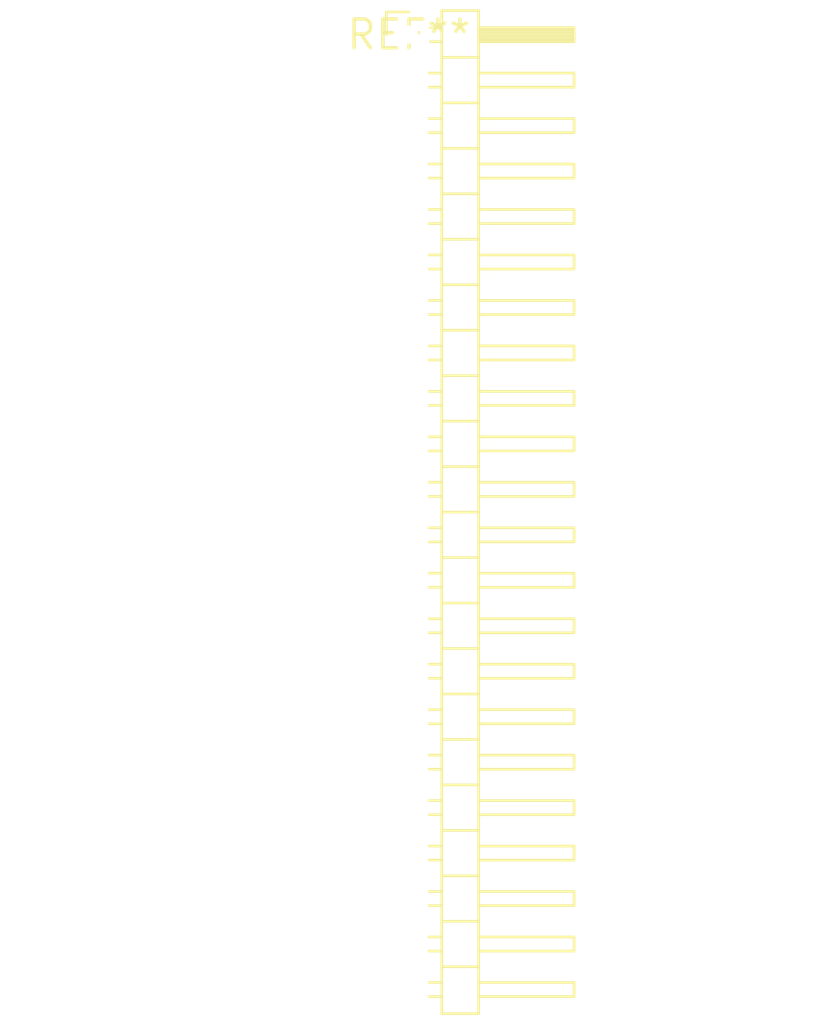
<source format=kicad_pcb>
(kicad_pcb (version 20240108) (generator pcbnew)
  (layers (0 "F.Cu" signal) (31 "B.Cu" signal) (34 "B.Paste" user) (35 "F.Paste" user) (36 "B.SilkS" user "B.Silkscreen") (37 "F.SilkS" user "F.Silkscreen") (38 "B.Mask" user) (39 "F.Mask" user) (44 "Edge.Cuts" user))
  (net 0 "")
  (footprint "PinHeader_1x22_P2.00mm_Horizontal" (layer "F.Cu") (at 0 0)
    (property "Reference" "REF**")
    (property "Value" "PinHeader_1x22_P2.00mm_Horizontal")
    (fp_line (start -1 -1) (end 0 -1) (layer "F.SilkS") (stroke (width 0.12)))
    (fp_line (start -1 0) (end -1 -1) (layer "F.SilkS") (stroke (width 0.12)))
    (fp_line (start 0.882114 1.69) (end 1.44 1.69) (layer "F.SilkS") (stroke (width 0.12)))
    (fp_line (start 0.882114 2.31) (end 1.44 2.31) (layer "F.SilkS") (stroke (width 0.12)))
    (fp_line (start 0.882114 3.69) (end 1.44 3.69) (layer "F.SilkS") (stroke (width 0.12)))
    (fp_line (start 0.882114 4.31) (end 1.44 4.31) (layer "F.SilkS") (stroke (width 0.12)))
    (fp_line (start 0.882114 5.69) (end 1.44 5.69) (layer "F.SilkS") (stroke (width 0.12)))
    (fp_line (start 0.882114 6.31) (end 1.44 6.31) (layer "F.SilkS") (stroke (width 0.12)))
    (fp_line (start 0.882114 7.69) (end 1.44 7.69) (layer "F.SilkS") (stroke (width 0.12)))
    (fp_line (start 0.882114 8.31) (end 1.44 8.31) (layer "F.SilkS") (stroke (width 0.12)))
    (fp_line (start 0.882114 9.69) (end 1.44 9.69) (layer "F.SilkS") (stroke (width 0.12)))
    (fp_line (start 0.882114 10.31) (end 1.44 10.31) (layer "F.SilkS") (stroke (width 0.12)))
    (fp_line (start 0.882114 11.69) (end 1.44 11.69) (layer "F.SilkS") (stroke (width 0.12)))
    (fp_line (start 0.882114 12.31) (end 1.44 12.31) (layer "F.SilkS") (stroke (width 0.12)))
    (fp_line (start 0.882114 13.69) (end 1.44 13.69) (layer "F.SilkS") (stroke (width 0.12)))
    (fp_line (start 0.882114 14.31) (end 1.44 14.31) (layer "F.SilkS") (stroke (width 0.12)))
    (fp_line (start 0.882114 15.69) (end 1.44 15.69) (layer "F.SilkS") (stroke (width 0.12)))
    (fp_line (start 0.882114 16.31) (end 1.44 16.31) (layer "F.SilkS") (stroke (width 0.12)))
    (fp_line (start 0.882114 17.69) (end 1.44 17.69) (layer "F.SilkS") (stroke (width 0.12)))
    (fp_line (start 0.882114 18.31) (end 1.44 18.31) (layer "F.SilkS") (stroke (width 0.12)))
    (fp_line (start 0.882114 19.69) (end 1.44 19.69) (layer "F.SilkS") (stroke (width 0.12)))
    (fp_line (start 0.882114 20.31) (end 1.44 20.31) (layer "F.SilkS") (stroke (width 0.12)))
    (fp_line (start 0.882114 21.69) (end 1.44 21.69) (layer "F.SilkS") (stroke (width 0.12)))
    (fp_line (start 0.882114 22.31) (end 1.44 22.31) (layer "F.SilkS") (stroke (width 0.12)))
    (fp_line (start 0.882114 23.69) (end 1.44 23.69) (layer "F.SilkS") (stroke (width 0.12)))
    (fp_line (start 0.882114 24.31) (end 1.44 24.31) (layer "F.SilkS") (stroke (width 0.12)))
    (fp_line (start 0.882114 25.69) (end 1.44 25.69) (layer "F.SilkS") (stroke (width 0.12)))
    (fp_line (start 0.882114 26.31) (end 1.44 26.31) (layer "F.SilkS") (stroke (width 0.12)))
    (fp_line (start 0.882114 27.69) (end 1.44 27.69) (layer "F.SilkS") (stroke (width 0.12)))
    (fp_line (start 0.882114 28.31) (end 1.44 28.31) (layer "F.SilkS") (stroke (width 0.12)))
    (fp_line (start 0.882114 29.69) (end 1.44 29.69) (layer "F.SilkS") (stroke (width 0.12)))
    (fp_line (start 0.882114 30.31) (end 1.44 30.31) (layer "F.SilkS") (stroke (width 0.12)))
    (fp_line (start 0.882114 31.69) (end 1.44 31.69) (layer "F.SilkS") (stroke (width 0.12)))
    (fp_line (start 0.882114 32.31) (end 1.44 32.31) (layer "F.SilkS") (stroke (width 0.12)))
    (fp_line (start 0.882114 33.69) (end 1.44 33.69) (layer "F.SilkS") (stroke (width 0.12)))
    (fp_line (start 0.882114 34.31) (end 1.44 34.31) (layer "F.SilkS") (stroke (width 0.12)))
    (fp_line (start 0.882114 35.69) (end 1.44 35.69) (layer "F.SilkS") (stroke (width 0.12)))
    (fp_line (start 0.882114 36.31) (end 1.44 36.31) (layer "F.SilkS") (stroke (width 0.12)))
    (fp_line (start 0.882114 37.69) (end 1.44 37.69) (layer "F.SilkS") (stroke (width 0.12)))
    (fp_line (start 0.882114 38.31) (end 1.44 38.31) (layer "F.SilkS") (stroke (width 0.12)))
    (fp_line (start 0.882114 39.69) (end 1.44 39.69) (layer "F.SilkS") (stroke (width 0.12)))
    (fp_line (start 0.882114 40.31) (end 1.44 40.31) (layer "F.SilkS") (stroke (width 0.12)))
    (fp_line (start 0.882114 41.69) (end 1.44 41.69) (layer "F.SilkS") (stroke (width 0.12)))
    (fp_line (start 0.882114 42.31) (end 1.44 42.31) (layer "F.SilkS") (stroke (width 0.12)))
    (fp_line (start 0.935 -0.31) (end 1.44 -0.31) (layer "F.SilkS") (stroke (width 0.12)))
    (fp_line (start 0.935 0.31) (end 1.44 0.31) (layer "F.SilkS") (stroke (width 0.12)))
    (fp_line (start 1.44 -1.06) (end 1.44 43.06) (layer "F.SilkS") (stroke (width 0.12)))
    (fp_line (start 1.44 1) (end 3.06 1) (layer "F.SilkS") (stroke (width 0.12)))
    (fp_line (start 1.44 3) (end 3.06 3) (layer "F.SilkS") (stroke (width 0.12)))
    (fp_line (start 1.44 5) (end 3.06 5) (layer "F.SilkS") (stroke (width 0.12)))
    (fp_line (start 1.44 7) (end 3.06 7) (layer "F.SilkS") (stroke (width 0.12)))
    (fp_line (start 1.44 9) (end 3.06 9) (layer "F.SilkS") (stroke (width 0.12)))
    (fp_line (start 1.44 11) (end 3.06 11) (layer "F.SilkS") (stroke (width 0.12)))
    (fp_line (start 1.44 13) (end 3.06 13) (layer "F.SilkS") (stroke (width 0.12)))
    (fp_line (start 1.44 15) (end 3.06 15) (layer "F.SilkS") (stroke (width 0.12)))
    (fp_line (start 1.44 17) (end 3.06 17) (layer "F.SilkS") (stroke (width 0.12)))
    (fp_line (start 1.44 19) (end 3.06 19) (layer "F.SilkS") (stroke (width 0.12)))
    (fp_line (start 1.44 21) (end 3.06 21) (layer "F.SilkS") (stroke (width 0.12)))
    (fp_line (start 1.44 23) (end 3.06 23) (layer "F.SilkS") (stroke (width 0.12)))
    (fp_line (start 1.44 25) (end 3.06 25) (layer "F.SilkS") (stroke (width 0.12)))
    (fp_line (start 1.44 27) (end 3.06 27) (layer "F.SilkS") (stroke (width 0.12)))
    (fp_line (start 1.44 29) (end 3.06 29) (layer "F.SilkS") (stroke (width 0.12)))
    (fp_line (start 1.44 31) (end 3.06 31) (layer "F.SilkS") (stroke (width 0.12)))
    (fp_line (start 1.44 33) (end 3.06 33) (layer "F.SilkS") (stroke (width 0.12)))
    (fp_line (start 1.44 35) (end 3.06 35) (layer "F.SilkS") (stroke (width 0.12)))
    (fp_line (start 1.44 37) (end 3.06 37) (layer "F.SilkS") (stroke (width 0.12)))
    (fp_line (start 1.44 39) (end 3.06 39) (layer "F.SilkS") (stroke (width 0.12)))
    (fp_line (start 1.44 41) (end 3.06 41) (layer "F.SilkS") (stroke (width 0.12)))
    (fp_line (start 1.44 43.06) (end 3.06 43.06) (layer "F.SilkS") (stroke (width 0.12)))
    (fp_line (start 3.06 -1.06) (end 1.44 -1.06) (layer "F.SilkS") (stroke (width 0.12)))
    (fp_line (start 3.06 -0.31) (end 7.26 -0.31) (layer "F.SilkS") (stroke (width 0.12)))
    (fp_line (start 3.06 -0.25) (end 7.26 -0.25) (layer "F.SilkS") (stroke (width 0.12)))
    (fp_line (start 3.06 -0.13) (end 7.26 -0.13) (layer "F.SilkS") (stroke (width 0.12)))
    (fp_line (start 3.06 -0.01) (end 7.26 -0.01) (layer "F.SilkS") (stroke (width 0.12)))
    (fp_line (start 3.06 0.11) (end 7.26 0.11) (layer "F.SilkS") (stroke (width 0.12)))
    (fp_line (start 3.06 0.23) (end 7.26 0.23) (layer "F.SilkS") (stroke (width 0.12)))
    (fp_line (start 3.06 1.69) (end 7.26 1.69) (layer "F.SilkS") (stroke (width 0.12)))
    (fp_line (start 3.06 3.69) (end 7.26 3.69) (layer "F.SilkS") (stroke (width 0.12)))
    (fp_line (start 3.06 5.69) (end 7.26 5.69) (layer "F.SilkS") (stroke (width 0.12)))
    (fp_line (start 3.06 7.69) (end 7.26 7.69) (layer "F.SilkS") (stroke (width 0.12)))
    (fp_line (start 3.06 9.69) (end 7.26 9.69) (layer "F.SilkS") (stroke (width 0.12)))
    (fp_line (start 3.06 11.69) (end 7.26 11.69) (layer "F.SilkS") (stroke (width 0.12)))
    (fp_line (start 3.06 13.69) (end 7.26 13.69) (layer "F.SilkS") (stroke (width 0.12)))
    (fp_line (start 3.06 15.69) (end 7.26 15.69) (layer "F.SilkS") (stroke (width 0.12)))
    (fp_line (start 3.06 17.69) (end 7.26 17.69) (layer "F.SilkS") (stroke (width 0.12)))
    (fp_line (start 3.06 19.69) (end 7.26 19.69) (layer "F.SilkS") (stroke (width 0.12)))
    (fp_line (start 3.06 21.69) (end 7.26 21.69) (layer "F.SilkS") (stroke (width 0.12)))
    (fp_line (start 3.06 23.69) (end 7.26 23.69) (layer "F.SilkS") (stroke (width 0.12)))
    (fp_line (start 3.06 25.69) (end 7.26 25.69) (layer "F.SilkS") (stroke (width 0.12)))
    (fp_line (start 3.06 27.69) (end 7.26 27.69) (layer "F.SilkS") (stroke (width 0.12)))
    (fp_line (start 3.06 29.69) (end 7.26 29.69) (layer "F.SilkS") (stroke (width 0.12)))
    (fp_line (start 3.06 31.69) (end 7.26 31.69) (layer "F.SilkS") (stroke (width 0.12)))
    (fp_line (start 3.06 33.69) (end 7.26 33.69) (layer "F.SilkS") (stroke (width 0.12)))
    (fp_line (start 3.06 35.69) (end 7.26 35.69) (layer "F.SilkS") (stroke (width 0.12)))
    (fp_line (start 3.06 37.69) (end 7.26 37.69) (layer "F.SilkS") (stroke (width 0.12)))
    (fp_line (start 3.06 39.69) (end 7.26 39.69) (layer "F.SilkS") (stroke (width 0.12)))
    (fp_line (start 3.06 41.69) (end 7.26 41.69) (layer "F.SilkS") (stroke (width 0.12)))
    (fp_line (start 3.06 43.06) (end 3.06 -1.06) (layer "F.SilkS") (stroke (width 0.12)))
    (fp_line (start 7.26 -0.31) (end 7.26 0.31) (layer "F.SilkS") (stroke (width 0.12)))
    (fp_line (start 7.26 0.31) (end 3.06 0.31) (layer "F.SilkS") (stroke (width 0.12)))
    (fp_line (start 7.26 1.69) (end 7.26 2.31) (layer "F.SilkS") (stroke (width 0.12)))
    (fp_line (start 7.26 2.31) (end 3.06 2.31) (layer "F.SilkS") (stroke (width 0.12)))
    (fp_line (start 7.26 3.69) (end 7.26 4.31) (layer "F.SilkS") (stroke (width 0.12)))
    (fp_line (start 7.26 4.31) (end 3.06 4.31) (layer "F.SilkS") (stroke (width 0.12)))
    (fp_line (start 7.26 5.69) (end 7.26 6.31) (layer "F.SilkS") (stroke (width 0.12)))
    (fp_line (start 7.26 6.31) (end 3.06 6.31) (layer "F.SilkS") (stroke (width 0.12)))
    (fp_line (start 7.26 7.69) (end 7.26 8.31) (layer "F.SilkS") (stroke (width 0.12)))
    (fp_line (start 7.26 8.31) (end 3.06 8.31) (layer "F.SilkS") (stroke (width 0.12)))
    (fp_line (start 7.26 9.69) (end 7.26 10.31) (layer "F.SilkS") (stroke (width 0.12)))
    (fp_line (start 7.26 10.31) (end 3.06 10.31) (layer "F.SilkS") (stroke (width 0.12)))
    (fp_line (start 7.26 11.69) (end 7.26 12.31) (layer "F.SilkS") (stroke (width 0.12)))
    (fp_line (start 7.26 12.31) (end 3.06 12.31) (layer "F.SilkS") (stroke (width 0.12)))
    (fp_line (start 7.26 13.69) (end 7.26 14.31) (layer "F.SilkS") (stroke (width 0.12)))
    (fp_line (start 7.26 14.31) (end 3.06 14.31) (layer "F.SilkS") (stroke (width 0.12)))
    (fp_line (start 7.26 15.69) (end 7.26 16.31) (layer "F.SilkS") (stroke (width 0.12)))
    (fp_line (start 7.26 16.31) (end 3.06 16.31) (layer "F.SilkS") (stroke (width 0.12)))
    (fp_line (start 7.26 17.69) (end 7.26 18.31) (layer "F.SilkS") (stroke (width 0.12)))
    (fp_line (start 7.26 18.31) (end 3.06 18.31) (layer "F.SilkS") (stroke (width 0.12)))
    (fp_line (start 7.26 19.69) (end 7.26 20.31) (layer "F.SilkS") (stroke (width 0.12)))
    (fp_line (start 7.26 20.31) (end 3.06 20.31) (layer "F.SilkS") (stroke (width 0.12)))
    (fp_line (start 7.26 21.69) (end 7.26 22.31) (layer "F.SilkS") (stroke (width 0.12)))
    (fp_line (start 7.26 22.31) (end 3.06 22.31) (layer "F.SilkS") (stroke (width 0.12)))
    (fp_line (start 7.26 23.69) (end 7.26 24.31) (layer "F.SilkS") (stroke (width 0.12)))
    (fp_line (start 7.26 24.31) (end 3.06 24.31) (layer "F.SilkS") (stroke (width 0.12)))
    (fp_line (start 7.26 25.69) (end 7.26 26.31) (layer "F.SilkS") (stroke (width 0.12)))
    (fp_line (start 7.26 26.31) (end 3.06 26.31) (layer "F.SilkS") (stroke (width 0.12)))
    (fp_line (start 7.26 27.69) (end 7.26 28.31) (layer "F.SilkS") (stroke (width 0.12)))
    (fp_line (start 7.26 28.31) (end 3.06 28.31) (layer "F.SilkS") (stroke (width 0.12)))
    (fp_line (start 7.26 29.69) (end 7.26 30.31) (layer "F.SilkS") (stroke (width 0.12)))
    (fp_line (start 7.26 30.31) (end 3.06 30.31) (layer "F.SilkS") (stroke (width 0.12)))
    (fp_line (start 7.26 31.69) (end 7.26 32.31) (layer "F.SilkS") (stroke (width 0.12)))
    (fp_line (start 7.26 32.31) (end 3.06 32.31) (layer "F.SilkS") (stroke (width 0.12)))
    (fp_line (start 7.26 33.69) (end 7.26 34.31) (layer "F.SilkS") (stroke (width 0.12)))
    (fp_line (start 7.26 34.31) (end 3.06 34.31) (layer "F.SilkS") (stroke (width 0.12)))
    (fp_line (start 7.26 35.69) (end 7.26 36.31) (layer "F.SilkS") (stroke (width 0.12)))
    (fp_line (start 7.26 36.31) (end 3.06 36.31) (layer "F.SilkS") (stroke (width 0.12)))
    (fp_line (start 7.26 37.69) (end 7.26 38.31) (layer "F.SilkS") (stroke (width 0.12)))
    (fp_line (start 7.26 38.31) (end 3.06 38.31) (layer "F.SilkS") (stroke (width 0.12)))
    (fp_line (start 7.26 39.69) (end 7.26 40.31) (layer "F.SilkS") (stroke (width 0.12)))
    (fp_line (start 7.26 40.31) (end 3.06 40.31) (layer "F.SilkS") (stroke (width 0.12)))
    (fp_line (start 7.26 41.69) (end 7.26 42.31) (layer "F.SilkS") (stroke (width 0.12)))
    (fp_line (start 7.26 42.31) (end 3.06 42.31) (layer "F.SilkS") (stroke (width 0.12)))
    (pad "1" thru_hole rect (at 0 0) (size 1.35 1.35) (drill 0.8) (layers *.Cu *.Mask) (remove_unused_layers))
    (pad "2" thru_hole oval (at 0 2) (size 1.35 1.35) (drill 0.8) (layers *.Cu *.Mask) (remove_unused_layers))
    (pad "3" thru_hole oval (at 0 4) (size 1.35 1.35) (drill 0.8) (layers *.Cu *.Mask) (remove_unused_layers))
    (pad "4" thru_hole oval (at 0 6) (size 1.35 1.35) (drill 0.8) (layers *.Cu *.Mask) (remove_unused_layers))
    (pad "5" thru_hole oval (at 0 8) (size 1.35 1.35) (drill 0.8) (layers *.Cu *.Mask) (remove_unused_layers))
    (pad "6" thru_hole oval (at 0 10) (size 1.35 1.35) (drill 0.8) (layers *.Cu *.Mask) (remove_unused_layers))
    (pad "7" thru_hole oval (at 0 12) (size 1.35 1.35) (drill 0.8) (layers *.Cu *.Mask) (remove_unused_layers))
    (pad "8" thru_hole oval (at 0 14) (size 1.35 1.35) (drill 0.8) (layers *.Cu *.Mask) (remove_unused_layers))
    (pad "9" thru_hole oval (at 0 16) (size 1.35 1.35) (drill 0.8) (layers *.Cu *.Mask) (remove_unused_layers))
    (pad "10" thru_hole oval (at 0 18) (size 1.35 1.35) (drill 0.8) (layers *.Cu *.Mask) (remove_unused_layers))
    (pad "11" thru_hole oval (at 0 20) (size 1.35 1.35) (drill 0.8) (layers *.Cu *.Mask) (remove_unused_layers))
    (pad "12" thru_hole oval (at 0 22) (size 1.35 1.35) (drill 0.8) (layers *.Cu *.Mask) (remove_unused_layers))
    (pad "13" thru_hole oval (at 0 24) (size 1.35 1.35) (drill 0.8) (layers *.Cu *.Mask) (remove_unused_layers))
    (pad "14" thru_hole oval (at 0 26) (size 1.35 1.35) (drill 0.8) (layers *.Cu *.Mask) (remove_unused_layers))
    (pad "15" thru_hole oval (at 0 28) (size 1.35 1.35) (drill 0.8) (layers *.Cu *.Mask) (remove_unused_layers))
    (pad "16" thru_hole oval (at 0 30) (size 1.35 1.35) (drill 0.8) (layers *.Cu *.Mask) (remove_unused_layers))
    (pad "17" thru_hole oval (at 0 32) (size 1.35 1.35) (drill 0.8) (layers *.Cu *.Mask) (remove_unused_layers))
    (pad "18" thru_hole oval (at 0 34) (size 1.35 1.35) (drill 0.8) (layers *.Cu *.Mask) (remove_unused_layers))
    (pad "19" thru_hole oval (at 0 36) (size 1.35 1.35) (drill 0.8) (layers *.Cu *.Mask) (remove_unused_layers))
    (pad "20" thru_hole oval (at 0 38) (size 1.35 1.35) (drill 0.8) (layers *.Cu *.Mask) (remove_unused_layers))
    (pad "21" thru_hole oval (at 0 40) (size 1.35 1.35) (drill 0.8) (layers *.Cu *.Mask) (remove_unused_layers))
    (pad "22" thru_hole oval (at 0 42) (size 1.35 1.35) (drill 0.8) (layers *.Cu *.Mask) (remove_unused_layers))
  )
)
</source>
